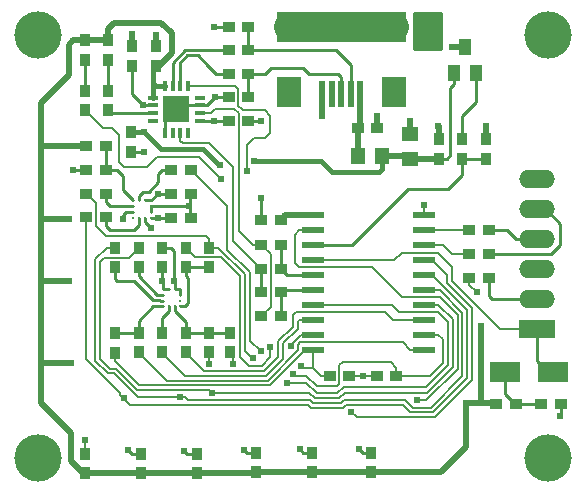
<source format=gtl>
G04 #@! TF.FileFunction,Copper,L1,Top,Signal*
%FSLAX46Y46*%
G04 Gerber Fmt 4.6, Leading zero omitted, Abs format (unit mm)*
G04 Created by KiCad (PCBNEW 4.0.7) date 03/21/18 23:37:41*
%MOMM*%
%LPD*%
G01*
G04 APERTURE LIST*
%ADD10C,0.101600*%
%ADD11R,0.950000X1.000000*%
%ADD12R,1.000000X0.950000*%
%ADD13R,1.450000X1.150000*%
%ADD14R,2.500000X1.700000*%
%ADD15R,2.000000X2.500000*%
%ADD16R,0.500000X2.300000*%
%ADD17R,3.048000X1.524000*%
%ADD18O,3.048000X1.524000*%
%ADD19R,1.150000X1.450000*%
%ADD20R,0.275000X0.250000*%
%ADD21R,0.250000X0.275000*%
%ADD22R,0.950000X0.400000*%
%ADD23O,0.950000X0.400000*%
%ADD24R,2.300000X2.300000*%
%ADD25O,0.400000X0.950000*%
%ADD26R,1.000000X1.400000*%
%ADD27R,1.950000X0.600000*%
%ADD28C,4.000000*%
%ADD29C,0.609600*%
%ADD30C,0.508000*%
%ADD31C,0.250000*%
%ADD32C,0.381000*%
%ADD33C,0.203200*%
%ADD34C,0.254000*%
%ADD35C,2.540000*%
G04 APERTURE END LIST*
D10*
D11*
X143250000Y-42675000D03*
X143250000Y-44325000D03*
X141250000Y-42675000D03*
X141250000Y-44325000D03*
D12*
X148575000Y-53450000D03*
X150225000Y-53450000D03*
X164375000Y-45800000D03*
X166025000Y-45800000D03*
X155075000Y-37250000D03*
X153425000Y-37250000D03*
X153425000Y-43250000D03*
X155075000Y-43250000D03*
D11*
X145200000Y-46200000D03*
X145200000Y-47850000D03*
D13*
X168800000Y-48425000D03*
X168800000Y-46375000D03*
D12*
X148575000Y-51400000D03*
X150225000Y-51400000D03*
D11*
X147250000Y-40575000D03*
X147250000Y-38925000D03*
X145250000Y-40575000D03*
X145250000Y-38925000D03*
D12*
X153425000Y-45250000D03*
X155075000Y-45250000D03*
D11*
X147800000Y-55975000D03*
X147800000Y-57625000D03*
X171200000Y-48425000D03*
X171200000Y-46775000D03*
D12*
X157825000Y-53600000D03*
X156175000Y-53600000D03*
X181533200Y-69174600D03*
X179883200Y-69174600D03*
D11*
X143250000Y-40075000D03*
X143250000Y-38425000D03*
X141250000Y-40075000D03*
X141250000Y-38425000D03*
X141250000Y-73425000D03*
X141250000Y-75075000D03*
X146000000Y-73425000D03*
X146000000Y-75075000D03*
X150750000Y-73425000D03*
X150750000Y-75075000D03*
D14*
X180858200Y-66474600D03*
X176858200Y-66474600D03*
D11*
X155750000Y-73350000D03*
X155750000Y-75000000D03*
X160500000Y-73350000D03*
X160500000Y-75000000D03*
X165500000Y-73350000D03*
X165500000Y-75000000D03*
D15*
X158500000Y-37300000D03*
X167400000Y-37300000D03*
X167400000Y-42800000D03*
X158500000Y-42800000D03*
D16*
X164550000Y-42925000D03*
X163750000Y-42925000D03*
X162950000Y-42925000D03*
X162150000Y-42925000D03*
X161350000Y-42925000D03*
D17*
X179500000Y-62850000D03*
D18*
X179500000Y-60310000D03*
X179500000Y-57770000D03*
X179500000Y-55230000D03*
X179500000Y-52690000D03*
X179500000Y-50150000D03*
D19*
X164375000Y-48200000D03*
X166425000Y-48200000D03*
D12*
X153425000Y-39250000D03*
X155075000Y-39250000D03*
X153425000Y-41250000D03*
X155075000Y-41250000D03*
X141375000Y-47400000D03*
X143025000Y-47400000D03*
X141375000Y-49400000D03*
X143025000Y-49400000D03*
X141375000Y-51400000D03*
X143025000Y-51400000D03*
X150225000Y-49400000D03*
X148575000Y-49400000D03*
X141375000Y-53400000D03*
X143025000Y-53400000D03*
X165975000Y-66800000D03*
X167625000Y-66800000D03*
X163625000Y-66800000D03*
X161975000Y-66800000D03*
D11*
X143800000Y-55975000D03*
X143800000Y-57625000D03*
X145800000Y-55975000D03*
X145800000Y-57625000D03*
X175200000Y-46775000D03*
X175200000Y-48425000D03*
X173200000Y-46775000D03*
X173200000Y-48425000D03*
D12*
X157825000Y-59750000D03*
X156175000Y-59750000D03*
X157825000Y-61750000D03*
X156175000Y-61750000D03*
X157825000Y-57750000D03*
X156175000Y-57750000D03*
X157825000Y-55750000D03*
X156175000Y-55750000D03*
D11*
X145800000Y-64825000D03*
X145800000Y-63175000D03*
X143800000Y-64850000D03*
X143800000Y-63200000D03*
X147800000Y-64825000D03*
X147800000Y-63175000D03*
X149800000Y-64825000D03*
X149800000Y-63175000D03*
X149800000Y-55975000D03*
X149800000Y-57625000D03*
X151800000Y-55975000D03*
X151800000Y-57625000D03*
X151800000Y-64825000D03*
X151800000Y-63175000D03*
X153579400Y-64825000D03*
X153579400Y-63175000D03*
D12*
X176083200Y-69174600D03*
X177733200Y-69174600D03*
X175464000Y-58500000D03*
X173814000Y-58500000D03*
X175464000Y-54500000D03*
X173814000Y-54500000D03*
X175464000Y-56500000D03*
X173814000Y-56500000D03*
D20*
X145350000Y-52450000D03*
X145350000Y-52950000D03*
X145350000Y-53450000D03*
X145350000Y-51950000D03*
X146850000Y-52450000D03*
X146850000Y-52950000D03*
X146850000Y-53450000D03*
D21*
X146350000Y-51950000D03*
D20*
X146850000Y-51950000D03*
D21*
X145850000Y-51950000D03*
X146350000Y-53450000D03*
X145850000Y-53450000D03*
D22*
X150975000Y-45225000D03*
D23*
X150975000Y-44575000D03*
X150975000Y-43925000D03*
X150975000Y-43275000D03*
X147025000Y-45225000D03*
X147025000Y-44575000D03*
X147025000Y-43925000D03*
X147025000Y-43275000D03*
D24*
X149000000Y-44250000D03*
D25*
X149975000Y-46225000D03*
X149325000Y-42275000D03*
X148675000Y-42275000D03*
X148025000Y-42275000D03*
X149975000Y-42275000D03*
X149325000Y-46225000D03*
X148675000Y-46225000D03*
X148025000Y-46225000D03*
D21*
X148350000Y-60950000D03*
X148850000Y-60950000D03*
X149350000Y-60950000D03*
X147850000Y-60950000D03*
X148350000Y-59450000D03*
X148850000Y-59450000D03*
X149350000Y-59450000D03*
D20*
X147850000Y-59950000D03*
D21*
X147850000Y-59450000D03*
D20*
X147850000Y-60450000D03*
X149350000Y-59950000D03*
X149350000Y-60450000D03*
D26*
X172500000Y-41200000D03*
X174400000Y-41200000D03*
X173450000Y-39000000D03*
D27*
X170000000Y-53210000D03*
X170000000Y-55750000D03*
X170000000Y-57020000D03*
X170000000Y-54480000D03*
X170000000Y-58290000D03*
X170000000Y-64640000D03*
X170000000Y-60830000D03*
X170000000Y-63370000D03*
X170000000Y-62100000D03*
X170000000Y-59560000D03*
X160600000Y-59560000D03*
X160600000Y-62100000D03*
X160600000Y-63370000D03*
X160600000Y-60830000D03*
X160600000Y-64640000D03*
X160600000Y-58290000D03*
X160600000Y-54480000D03*
X160600000Y-57020000D03*
X160600000Y-55750000D03*
X160600000Y-53210000D03*
D28*
X180500000Y-73750000D03*
X137250000Y-73750000D03*
X137250000Y-38000000D03*
X180500000Y-38000000D03*
D29*
X147068600Y-42275000D03*
X174763000Y-62627600D03*
X173543800Y-69155400D03*
X158862600Y-53210000D03*
X140041200Y-65751800D03*
X139939600Y-58817600D03*
X139888800Y-53509000D03*
X147483400Y-53450000D03*
X152157000Y-45225000D03*
X174432800Y-59732000D03*
X147440000Y-51400000D03*
X144510000Y-53530000D03*
X164800000Y-66800000D03*
X151800000Y-65800000D03*
X147800000Y-58800000D03*
X171000000Y-37000000D03*
X170250000Y-37000000D03*
X169500000Y-37000000D03*
X169500000Y-37750000D03*
X170250000Y-37750000D03*
X171000000Y-37750000D03*
X171000000Y-38500000D03*
X170250000Y-38500000D03*
X169500000Y-38500000D03*
X181500000Y-70250000D03*
X146873800Y-54347200D03*
X156170200Y-51807200D03*
X172299200Y-38980200D03*
X175194800Y-45660400D03*
X171181600Y-45660400D03*
X168794000Y-45228600D03*
X166025400Y-44847600D03*
X161351800Y-44847600D03*
X150100000Y-52450000D03*
X145248200Y-37888000D03*
X147254800Y-37938800D03*
X152157000Y-37253000D03*
X156195600Y-45228600D03*
X149500000Y-44750000D03*
X148500000Y-44750000D03*
X148500000Y-43750000D03*
X149500000Y-43750000D03*
X152250000Y-43250000D03*
X146264200Y-47844800D03*
X140220000Y-49400000D03*
X170000000Y-52400000D03*
X153800000Y-65800000D03*
X148800000Y-58800000D03*
X155586000Y-48657600D03*
X152690400Y-48987800D03*
X146238800Y-46193800D03*
X146175000Y-43925000D03*
X141235000Y-72228800D03*
X144943400Y-73097400D03*
X149667800Y-73194000D03*
X154697000Y-73067000D03*
X159446800Y-73041600D03*
X164476000Y-73055000D03*
X155478034Y-65345390D03*
X158913400Y-66640800D03*
X156144800Y-64761200D03*
X159573800Y-66005800D03*
X144537000Y-68723600D03*
X149337600Y-68644839D03*
X151979200Y-68238429D03*
X152817400Y-50130800D03*
X154976400Y-49495800D03*
X156957600Y-64354800D03*
X158679363Y-64333093D03*
X158380000Y-67425639D03*
X163815600Y-69864041D03*
X169378200Y-68901400D03*
D30*
X160500000Y-75000000D02*
X165500000Y-75000000D01*
X155750000Y-75000000D02*
X160500000Y-75000000D01*
X150750000Y-75075000D02*
X155675000Y-75075000D01*
X155675000Y-75075000D02*
X155750000Y-75000000D01*
X146000000Y-75075000D02*
X150750000Y-75075000D01*
X141250000Y-75075000D02*
X146000000Y-75075000D01*
X174763000Y-69155400D02*
X176064000Y-69155400D01*
X173543800Y-69155400D02*
X174763000Y-69155400D01*
X174763000Y-69155400D02*
X174763000Y-62627600D01*
X176064000Y-69155400D02*
X176083200Y-69174600D01*
X173543800Y-72863800D02*
X171407600Y-75000000D01*
X171407600Y-75000000D02*
X165500000Y-75000000D01*
X173543800Y-69155400D02*
X173543800Y-72863800D01*
X158862600Y-53210000D02*
X158215000Y-53210000D01*
X160600000Y-53210000D02*
X158862600Y-53210000D01*
X158215000Y-53210000D02*
X157825000Y-53600000D01*
X137526600Y-69155400D02*
X137526600Y-65777200D01*
X137526600Y-65777200D02*
X137526600Y-58817600D01*
X140041200Y-65751800D02*
X137552000Y-65751800D01*
X137552000Y-65751800D02*
X137526600Y-65777200D01*
X137526600Y-58817600D02*
X137526600Y-53559800D01*
X139939600Y-58817600D02*
X137526600Y-58817600D01*
X137526600Y-53559800D02*
X137526600Y-47413000D01*
X139888800Y-53509000D02*
X137577400Y-53509000D01*
X137577400Y-53509000D02*
X137526600Y-53559800D01*
D31*
X147483400Y-53450000D02*
X148525000Y-53450000D01*
X146850000Y-53450000D02*
X147483400Y-53450000D01*
D30*
X137526600Y-47413000D02*
X137526600Y-43755400D01*
X141375000Y-47400000D02*
X137539600Y-47400000D01*
X137539600Y-47400000D02*
X137526600Y-47413000D01*
X141250000Y-75075000D02*
X141102038Y-75075000D01*
X141102038Y-75075000D02*
X140066600Y-74039562D01*
X140066600Y-74039562D02*
X140066600Y-71695400D01*
X140066600Y-71695400D02*
X137526600Y-69155400D01*
X137526600Y-43755400D02*
X139914200Y-41367800D01*
X139914200Y-41367800D02*
X139914200Y-38777800D01*
X139914200Y-38777800D02*
X140267000Y-38425000D01*
X140267000Y-38425000D02*
X141250000Y-38425000D01*
D32*
X147025000Y-43275000D02*
X147025000Y-42231400D01*
X147025000Y-42231400D02*
X147025000Y-40800000D01*
X148025000Y-42275000D02*
X147068600Y-42275000D01*
X147068600Y-42275000D02*
X147025000Y-42231400D01*
X147025000Y-40800000D02*
X147250000Y-40575000D01*
D30*
X143250000Y-38425000D02*
X141250000Y-38425000D01*
X147250000Y-40575000D02*
X147488800Y-40575000D01*
X147488800Y-40575000D02*
X148601000Y-39462800D01*
X148601000Y-39462800D02*
X148601000Y-37837200D01*
X148601000Y-37837200D02*
X147712000Y-36948200D01*
X147712000Y-36948200D02*
X143718800Y-36948200D01*
X143718800Y-36948200D02*
X143250000Y-37417000D01*
X143250000Y-37417000D02*
X143250000Y-38425000D01*
D31*
X152157000Y-45225000D02*
X153400000Y-45225000D01*
X151750000Y-45225000D02*
X152157000Y-45225000D01*
D33*
X173814000Y-58500000D02*
X173814000Y-59113200D01*
X173814000Y-59113200D02*
X174432800Y-59732000D01*
D30*
X141325000Y-75000000D02*
X141250000Y-75075000D01*
D34*
X146850000Y-51950000D02*
X146890000Y-51950000D01*
X146890000Y-51950000D02*
X147440000Y-51400000D01*
X148575000Y-51400000D02*
X147440000Y-51400000D01*
X144760000Y-52950000D02*
X144510000Y-53200000D01*
X144510000Y-53200000D02*
X144510000Y-53530000D01*
X145350000Y-52950000D02*
X144760000Y-52950000D01*
D33*
X163625000Y-66800000D02*
X164800000Y-66800000D01*
X165975000Y-66800000D02*
X164800000Y-66800000D01*
X151800000Y-64825000D02*
X151800000Y-65800000D01*
D34*
X147800000Y-57625000D02*
X147800000Y-58800000D01*
X147850000Y-59450000D02*
X147850000Y-58850000D01*
X147850000Y-58850000D02*
X147800000Y-58800000D01*
X148350000Y-59450000D02*
X147850000Y-59450000D01*
D31*
X146350000Y-51950000D02*
X146850000Y-51950000D01*
X150975000Y-45225000D02*
X151750000Y-45225000D01*
X153400000Y-45225000D02*
X153425000Y-45250000D01*
D34*
X170250000Y-37000000D02*
X171000000Y-37000000D01*
X169500000Y-37750000D02*
X169500000Y-37000000D01*
X171000000Y-37750000D02*
X170250000Y-37750000D01*
X170250000Y-38500000D02*
X171000000Y-38500000D01*
X181533200Y-69174600D02*
X181533200Y-70216800D01*
X181533200Y-70216800D02*
X181500000Y-70250000D01*
X146350000Y-53700000D02*
X146350000Y-53823400D01*
X146350000Y-53823400D02*
X146873800Y-54347200D01*
X156175000Y-53600000D02*
X156175000Y-51812000D01*
X156175000Y-51812000D02*
X156170200Y-51807200D01*
D35*
X158500000Y-37300000D02*
X167400000Y-37300000D01*
D30*
X173450000Y-39000000D02*
X172319000Y-39000000D01*
X172319000Y-39000000D02*
X172299200Y-38980200D01*
X175200000Y-46775000D02*
X175200000Y-45665600D01*
X175200000Y-45665600D02*
X175194800Y-45660400D01*
X171200000Y-46775000D02*
X171200000Y-45678800D01*
X171200000Y-45678800D02*
X171181600Y-45660400D01*
X168800000Y-46375000D02*
X168800000Y-45234600D01*
X168800000Y-45234600D02*
X168794000Y-45228600D01*
X166025000Y-45800000D02*
X166025000Y-44848000D01*
X166025000Y-44848000D02*
X166025400Y-44847600D01*
X161350000Y-42925000D02*
X161350000Y-44845800D01*
X161350000Y-44845800D02*
X161351800Y-44847600D01*
X145250000Y-38925000D02*
X145250000Y-37889800D01*
X145250000Y-37889800D02*
X145248200Y-37888000D01*
X147250000Y-38925000D02*
X147250000Y-37943600D01*
X147250000Y-37943600D02*
X147254800Y-37938800D01*
D34*
X153425000Y-37250000D02*
X152160000Y-37250000D01*
X152160000Y-37250000D02*
X152157000Y-37253000D01*
X155075000Y-45250000D02*
X156174200Y-45250000D01*
X156174200Y-45250000D02*
X156195600Y-45228600D01*
X145200000Y-47850000D02*
X146259000Y-47850000D01*
X146259000Y-47850000D02*
X146264200Y-47844800D01*
X141375000Y-49400000D02*
X140220000Y-49400000D01*
X146350000Y-53450000D02*
X146350000Y-53700000D01*
D33*
X170000000Y-53210000D02*
X170000000Y-52400000D01*
X153800000Y-64825000D02*
X153800000Y-65800000D01*
D34*
X148800000Y-56246000D02*
X148800000Y-58800000D01*
X147800000Y-55975000D02*
X148529000Y-55975000D01*
X148529000Y-55975000D02*
X148800000Y-56246000D01*
X148850000Y-59450000D02*
X148850000Y-58850000D01*
X148850000Y-58850000D02*
X148800000Y-58800000D01*
X149350000Y-59450000D02*
X148850000Y-59450000D01*
X149350000Y-59950000D02*
X149350000Y-59450000D01*
D31*
X150175000Y-51450000D02*
X150175000Y-52175000D01*
X150175000Y-52175000D02*
X150100000Y-52250000D01*
X150100000Y-52250000D02*
X150100000Y-52450000D01*
X146850000Y-52450000D02*
X150100000Y-52450000D01*
X150175000Y-53450000D02*
X150175000Y-52725000D01*
X150175000Y-52725000D02*
X150100000Y-52650000D01*
X150100000Y-52650000D02*
X150100000Y-52450000D01*
X146850000Y-52950000D02*
X146850000Y-52450000D01*
X153425000Y-43250000D02*
X152250000Y-43250000D01*
X152250000Y-43250000D02*
X152000000Y-43500000D01*
X150975000Y-43925000D02*
X151575000Y-43925000D01*
X151575000Y-43925000D02*
X152000000Y-43500000D01*
X148025000Y-46225000D02*
X148025000Y-45225000D01*
X148025000Y-45225000D02*
X149000000Y-44250000D01*
X150975000Y-43925000D02*
X149325000Y-43925000D01*
X149325000Y-43925000D02*
X149000000Y-44250000D01*
D30*
X164375000Y-45800000D02*
X164375000Y-48200000D01*
X164550000Y-42925000D02*
X164550000Y-45625000D01*
X164550000Y-45625000D02*
X164375000Y-45800000D01*
D34*
X155075000Y-39250000D02*
X155075000Y-37250000D01*
X155075000Y-39250000D02*
X162500000Y-39250000D01*
X162500000Y-39250000D02*
X163750000Y-40500000D01*
X163750000Y-40500000D02*
X163750000Y-41000000D01*
X163750000Y-41000000D02*
X163750000Y-42925000D01*
X155075000Y-43250000D02*
X155075000Y-41250000D01*
X155075000Y-41250000D02*
X156500000Y-41250000D01*
X160250000Y-41250000D02*
X162679000Y-41250000D01*
X156500000Y-41250000D02*
X157000000Y-40750000D01*
X157000000Y-40750000D02*
X159750000Y-40750000D01*
X159750000Y-40750000D02*
X160250000Y-41250000D01*
X162679000Y-41250000D02*
X162950000Y-41521000D01*
X162950000Y-41521000D02*
X162950000Y-42925000D01*
D32*
X155586000Y-48657600D02*
X161224800Y-48657600D01*
X161224800Y-48657600D02*
X162167200Y-49600000D01*
X162167200Y-49600000D02*
X166131000Y-49600000D01*
X166131000Y-49600000D02*
X166425000Y-49306000D01*
X166425000Y-49306000D02*
X166425000Y-48200000D01*
X151242600Y-47616200D02*
X152614200Y-48987800D01*
X152614200Y-48987800D02*
X152690400Y-48987800D01*
X147661200Y-47616200D02*
X151242600Y-47616200D01*
X146238800Y-46193800D02*
X147661200Y-47616200D01*
X145200000Y-46200000D02*
X146232600Y-46200000D01*
X146232600Y-46200000D02*
X146238800Y-46193800D01*
D30*
X166425000Y-48200000D02*
X168575000Y-48200000D01*
X168575000Y-48200000D02*
X168800000Y-48425000D01*
X171200000Y-48425000D02*
X168800000Y-48425000D01*
D34*
X172200000Y-48154000D02*
X172200000Y-42454000D01*
X172200000Y-42454000D02*
X172500000Y-42154000D01*
X172500000Y-42154000D02*
X172500000Y-41200000D01*
X171200000Y-48425000D02*
X171929000Y-48425000D01*
X171929000Y-48425000D02*
X172200000Y-48154000D01*
D31*
X145250000Y-40575000D02*
X145250000Y-43000000D01*
X145250000Y-43000000D02*
X146000000Y-43750000D01*
X147025000Y-43925000D02*
X146175000Y-43925000D01*
X146175000Y-43925000D02*
X146000000Y-43750000D01*
D34*
X177733200Y-69174600D02*
X179883200Y-69174600D01*
X176858200Y-66474600D02*
X176858200Y-68324600D01*
X176858200Y-68324600D02*
X177708200Y-69174600D01*
X177708200Y-69174600D02*
X177733200Y-69174600D01*
X143250000Y-42675000D02*
X143250000Y-41921000D01*
X143250000Y-41921000D02*
X143250000Y-40075000D01*
X141250000Y-42675000D02*
X141250000Y-41921000D01*
X141250000Y-41921000D02*
X141250000Y-40075000D01*
D33*
X141235000Y-72228800D02*
X141235000Y-73410000D01*
X141235000Y-73410000D02*
X141250000Y-73425000D01*
D34*
X144943400Y-73097400D02*
X145271000Y-73425000D01*
X145271000Y-73425000D02*
X146000000Y-73425000D01*
X149667800Y-73194000D02*
X149898800Y-73425000D01*
X149898800Y-73425000D02*
X150750000Y-73425000D01*
X180438800Y-66474600D02*
X179500000Y-65535800D01*
X179500000Y-65535800D02*
X179500000Y-62850000D01*
X180858200Y-66474600D02*
X180438800Y-66474600D01*
D33*
X176384502Y-62850000D02*
X172324611Y-58790109D01*
X172324611Y-57591660D02*
X171122749Y-56389799D01*
X171122749Y-56389799D02*
X168072201Y-56389799D01*
X179500000Y-62850000D02*
X176384502Y-62850000D01*
X172324611Y-58790109D02*
X172324611Y-57591660D01*
X168072201Y-56389799D02*
X167442000Y-57020000D01*
X167442000Y-57020000D02*
X161778200Y-57020000D01*
X161778200Y-57020000D02*
X160600000Y-57020000D01*
D34*
X154697000Y-73067000D02*
X154980000Y-73350000D01*
X154980000Y-73350000D02*
X155750000Y-73350000D01*
X159446800Y-73041600D02*
X159755200Y-73350000D01*
X159755200Y-73350000D02*
X160500000Y-73350000D01*
X165500000Y-73350000D02*
X164771000Y-73350000D01*
X164771000Y-73350000D02*
X164476000Y-73055000D01*
X175706800Y-60310000D02*
X179500000Y-60310000D01*
X175706800Y-60310000D02*
X175464000Y-60067200D01*
X175464000Y-60067200D02*
X175464000Y-58500000D01*
X176996000Y-54500000D02*
X175464000Y-54500000D01*
D31*
X179500000Y-55230000D02*
X177726000Y-55230000D01*
X177726000Y-55230000D02*
X176996000Y-54500000D01*
D34*
X180750000Y-56500000D02*
X175464000Y-56500000D01*
D31*
X181500000Y-53928000D02*
X180262000Y-52690000D01*
X180750000Y-56500000D02*
X181500000Y-55750000D01*
X181500000Y-55750000D02*
X181500000Y-53928000D01*
X180262000Y-52690000D02*
X179500000Y-52690000D01*
X149750000Y-39250000D02*
X148675000Y-40325000D01*
X148675000Y-40325000D02*
X148675000Y-42275000D01*
X152379000Y-39250000D02*
X149750000Y-39250000D01*
D34*
X152379000Y-39250000D02*
X153425000Y-39250000D01*
D31*
X149936400Y-39700010D02*
X149325000Y-40311410D01*
X149325000Y-40311410D02*
X149325000Y-42275000D01*
X150829010Y-39700010D02*
X149936400Y-39700010D01*
X151704000Y-40575000D02*
X150829010Y-39700010D01*
D34*
X152379000Y-41250000D02*
X153425000Y-41250000D01*
X151704000Y-40575000D02*
X152379000Y-41250000D01*
X143025000Y-49400000D02*
X143025000Y-47400000D01*
X144480000Y-49890000D02*
X143990000Y-49400000D01*
X143990000Y-49400000D02*
X143025000Y-49400000D01*
X144480000Y-51092500D02*
X144480000Y-49890000D01*
X145350000Y-51950000D02*
X145337500Y-51950000D01*
X145337500Y-51950000D02*
X144480000Y-51092500D01*
D33*
X155173235Y-65040591D02*
X155478034Y-65345390D01*
X154824011Y-64691367D02*
X155173235Y-65040591D01*
X154824011Y-58242860D02*
X154824011Y-64691367D01*
X152556151Y-55975000D02*
X154824011Y-58242860D01*
X151800000Y-55975000D02*
X152556151Y-55975000D01*
X160005600Y-66844000D02*
X159116600Y-66844000D01*
X159116600Y-66844000D02*
X158913400Y-66640800D01*
X160869200Y-67707600D02*
X160005600Y-66844000D01*
X162591042Y-67707600D02*
X160869200Y-67707600D01*
X162779801Y-67518841D02*
X162591042Y-67707600D01*
X162779801Y-65949399D02*
X162779801Y-67518841D01*
X162799600Y-65929600D02*
X162779801Y-65949399D01*
X163079000Y-65650200D02*
X162799600Y-65929600D01*
X167153400Y-65650200D02*
X163079000Y-65650200D01*
X167625000Y-66800000D02*
X167625000Y-66121800D01*
X167625000Y-66121800D02*
X167153400Y-65650200D01*
X170000000Y-63370000D02*
X171178200Y-63370000D01*
X171178200Y-63370000D02*
X171537200Y-63729000D01*
X171537200Y-63729000D02*
X171537200Y-65761250D01*
X171537200Y-65761250D02*
X170498450Y-66800000D01*
X170498450Y-66800000D02*
X167625000Y-66800000D01*
X141375000Y-51400000D02*
X141400000Y-51400000D01*
X141400000Y-51400000D02*
X142220199Y-52220199D01*
X142220199Y-52220199D02*
X142220199Y-54118841D01*
X142220199Y-54118841D02*
X143083558Y-54982200D01*
X143083558Y-54982200D02*
X151510400Y-54982200D01*
X151510400Y-54982200D02*
X151800000Y-55271800D01*
X151800000Y-55271800D02*
X151800000Y-55975000D01*
D34*
X143025000Y-51400000D02*
X143025000Y-52129000D01*
X143025000Y-52129000D02*
X143346000Y-52450000D01*
X143346000Y-52450000D02*
X144958500Y-52450000D01*
X144958500Y-52450000D02*
X145350000Y-52450000D01*
D33*
X153325400Y-52475400D02*
X150250000Y-49400000D01*
X153325400Y-56169499D02*
X153325400Y-52475400D01*
X150250000Y-49400000D02*
X150225000Y-49400000D01*
X156144800Y-64761200D02*
X155230422Y-63846822D01*
X155230422Y-58074521D02*
X153325400Y-56169499D01*
X155230422Y-63846822D02*
X155230422Y-58074521D01*
X160600000Y-66128200D02*
X159696200Y-66128200D01*
X159696200Y-66128200D02*
X159573800Y-66005800D01*
X161975000Y-66800000D02*
X161271800Y-66800000D01*
X161271800Y-66800000D02*
X160600000Y-66128200D01*
X160600000Y-66128200D02*
X160600000Y-65143200D01*
X160600000Y-65143200D02*
X160600000Y-64640000D01*
X143800000Y-64850000D02*
X143800000Y-65553200D01*
X143800000Y-65553200D02*
X145875629Y-67628829D01*
X145875629Y-67628829D02*
X156936171Y-67628829D01*
X156936171Y-67628829D02*
X159925000Y-64640000D01*
X159925000Y-64640000D02*
X160600000Y-64640000D01*
D34*
X147470000Y-49700000D02*
X147770000Y-49400000D01*
X147770000Y-49400000D02*
X148575000Y-49400000D01*
X147470000Y-50440000D02*
X147470000Y-49700000D01*
X146670000Y-51240000D02*
X147470000Y-50440000D01*
X146168500Y-51240000D02*
X146670000Y-51240000D01*
X145850000Y-51950000D02*
X145850000Y-51558500D01*
X145850000Y-51558500D02*
X146168500Y-51240000D01*
D33*
X144841799Y-69028399D02*
X144537000Y-68723600D01*
X145067840Y-69254440D02*
X144841799Y-69028399D01*
X163373963Y-69254441D02*
X163091960Y-69536444D01*
X173620022Y-67028280D02*
X170730889Y-69917413D01*
X173620022Y-61235022D02*
X173620022Y-67028280D01*
X170675000Y-58290000D02*
X173620022Y-61235022D01*
X160399040Y-69536444D02*
X160117037Y-69254441D01*
X163091960Y-69536444D02*
X160399040Y-69536444D01*
X168815650Y-69917413D02*
X168152678Y-69254441D01*
X168152678Y-69254441D02*
X163373963Y-69254441D01*
X160117037Y-69254441D02*
X145067840Y-69254440D01*
X170000000Y-58290000D02*
X170675000Y-58290000D01*
X170730889Y-69917413D02*
X168815650Y-69917413D01*
X141375000Y-53400000D02*
X141375000Y-65390300D01*
X141375000Y-65390300D02*
X144232201Y-68247501D01*
X144232201Y-68247501D02*
X144232201Y-68418801D01*
X144232201Y-68418801D02*
X144537000Y-68723600D01*
X144537000Y-68723600D02*
X144562400Y-68723600D01*
D34*
X145850000Y-54030000D02*
X145380000Y-54500000D01*
X145380000Y-54500000D02*
X143396000Y-54500000D01*
X145850000Y-53450000D02*
X145850000Y-54030000D01*
X143025000Y-53400000D02*
X143025000Y-54129000D01*
X143025000Y-54129000D02*
X143396000Y-54500000D01*
D33*
X163205623Y-68848030D02*
X162923620Y-69130033D01*
X149768652Y-68644839D02*
X149337600Y-68644839D01*
X168346418Y-68848030D02*
X163205623Y-68848030D01*
X149971843Y-68848030D02*
X149768652Y-68644839D01*
X160285377Y-68848030D02*
X149971843Y-68848030D01*
X162923620Y-69130033D02*
X160567380Y-69130033D01*
X173213611Y-61468660D02*
X173213611Y-66834540D01*
X170537149Y-69511002D02*
X169009390Y-69511002D01*
X173213611Y-66834540D02*
X170537149Y-69511002D01*
X171304950Y-59560000D02*
X173213611Y-61468660D01*
X170000000Y-59560000D02*
X171304950Y-59560000D01*
X160567380Y-69130033D02*
X160285377Y-68848030D01*
X169009390Y-69511002D02*
X168346418Y-68848030D01*
X149337600Y-68644839D02*
X145742139Y-68644839D01*
X145742139Y-68644839D02*
X143712710Y-66615410D01*
X143712710Y-66615410D02*
X143174859Y-66615409D01*
X143174859Y-66615409D02*
X142123990Y-65564540D01*
X142123990Y-65564540D02*
X142123991Y-56972809D01*
X142123991Y-56972809D02*
X143121800Y-55975000D01*
X143121800Y-55975000D02*
X143800000Y-55975000D01*
D34*
X144000000Y-58800000D02*
X143800000Y-58600000D01*
X143800000Y-58600000D02*
X143800000Y-57625000D01*
X145400000Y-58800000D02*
X144000000Y-58800000D01*
X147007210Y-60407210D02*
X145400000Y-58800000D01*
X147850000Y-60450000D02*
X147650000Y-60450000D01*
X147650000Y-60450000D02*
X147607210Y-60407210D01*
X147607210Y-60407210D02*
X147007210Y-60407210D01*
D33*
X170228421Y-68238429D02*
X163240473Y-68238429D01*
X172400789Y-66066062D02*
X170228421Y-68238429D01*
X172400789Y-62052589D02*
X172400789Y-66066062D01*
X171178200Y-60830000D02*
X172400789Y-62052589D01*
X170000000Y-60830000D02*
X171178200Y-60830000D01*
X160735721Y-68723622D02*
X160250528Y-68238429D01*
X163240473Y-68238429D02*
X162755280Y-68723622D01*
X162755280Y-68723622D02*
X160735721Y-68723622D01*
X152410252Y-68238429D02*
X151979200Y-68238429D01*
X160250528Y-68238429D02*
X152410252Y-68238429D01*
X151979200Y-68238429D02*
X151776010Y-68035239D01*
X151776010Y-68035239D02*
X145707288Y-68035238D01*
X145707288Y-68035238D02*
X143881050Y-66209000D01*
X142530400Y-57192000D02*
X142902201Y-56820199D01*
X143881050Y-66209000D02*
X143343200Y-66209000D01*
X145800000Y-56000000D02*
X145800000Y-55975000D01*
X143343200Y-66209000D02*
X142530400Y-65396200D01*
X142530400Y-65396200D02*
X142530400Y-57192000D01*
X142902201Y-56820199D02*
X144979801Y-56820199D01*
X144979801Y-56820199D02*
X145800000Y-56000000D01*
D34*
X147850000Y-59950000D02*
X147371000Y-59950000D01*
X147371000Y-59950000D02*
X145800000Y-58379000D01*
X145800000Y-58379000D02*
X145800000Y-57625000D01*
X168600000Y-51000000D02*
X163850000Y-55750000D01*
X163850000Y-55750000D02*
X160600000Y-55750000D01*
X172000000Y-51000000D02*
X168600000Y-51000000D01*
X173200000Y-49800000D02*
X172000000Y-51000000D01*
X173200000Y-48425000D02*
X173200000Y-49800000D01*
X175200000Y-48425000D02*
X173200000Y-48425000D01*
X147025000Y-44575000D02*
X143500000Y-44575000D01*
X143500000Y-44575000D02*
X143250000Y-44325000D01*
D33*
X147369091Y-48263909D02*
X146492800Y-49140200D01*
X144562400Y-49140200D02*
X144105200Y-48683000D01*
X143571800Y-45863600D02*
X142763600Y-45863600D01*
X150950509Y-48263909D02*
X147369091Y-48263909D01*
X144105200Y-48683000D02*
X144105200Y-46397000D01*
X152817400Y-50130800D02*
X150950509Y-48263909D01*
X146492800Y-49140200D02*
X144562400Y-49140200D01*
X144105200Y-46397000D02*
X143571800Y-45863600D01*
X141250000Y-44350000D02*
X141250000Y-44325000D01*
X142763600Y-45863600D02*
X141250000Y-44350000D01*
X155560600Y-46701800D02*
X154976400Y-47286000D01*
X154976400Y-47286000D02*
X154976400Y-49495800D01*
X156525800Y-46701800D02*
X155560600Y-46701800D01*
X156957600Y-46270000D02*
X156525800Y-46701800D01*
X156957600Y-44847600D02*
X156957600Y-46270000D01*
X156464801Y-44354801D02*
X156957600Y-44847600D01*
X154564758Y-44263400D02*
X154656159Y-44354801D01*
X154656159Y-44354801D02*
X156464801Y-44354801D01*
X154239800Y-42541158D02*
X154239800Y-43938442D01*
X154239800Y-43938442D02*
X154564758Y-44263400D01*
X149975000Y-42275000D02*
X153973642Y-42275000D01*
X153973642Y-42275000D02*
X154239800Y-42541158D01*
D34*
X174400000Y-43600000D02*
X173200000Y-44800000D01*
X173200000Y-44800000D02*
X173200000Y-46775000D01*
X174400000Y-41200000D02*
X174400000Y-43600000D01*
X157825000Y-59750000D02*
X157825000Y-61750000D01*
X160600000Y-59560000D02*
X158015000Y-59560000D01*
X158015000Y-59560000D02*
X157825000Y-59750000D01*
D33*
X156150000Y-57750000D02*
X156175000Y-57750000D01*
X153782600Y-55382600D02*
X156150000Y-57750000D01*
X153782600Y-49177788D02*
X153782600Y-55382600D01*
X151725701Y-47120889D02*
X153782600Y-49177788D01*
X149542689Y-47120889D02*
X151725701Y-47120889D01*
X149325000Y-46903200D02*
X149542689Y-47120889D01*
X149325000Y-46225000D02*
X149325000Y-46903200D01*
D34*
X156175000Y-59750000D02*
X156175000Y-57750000D01*
D33*
X156175000Y-55750000D02*
X156200000Y-55750000D01*
X156200000Y-55750000D02*
X156979801Y-56529801D01*
X156979801Y-56529801D02*
X156979801Y-60970199D01*
X156979801Y-60970199D02*
X156200000Y-61750000D01*
X156200000Y-61750000D02*
X156175000Y-61750000D01*
X152299999Y-44200001D02*
X151925000Y-44575000D01*
X151925000Y-44575000D02*
X150975000Y-44575000D01*
X156175000Y-55750000D02*
X155471800Y-55750000D01*
X155471800Y-55750000D02*
X154270199Y-54548399D01*
X154270199Y-54548399D02*
X154270199Y-44571557D01*
X154270199Y-44571557D02*
X153898643Y-44200001D01*
X153898643Y-44200001D02*
X152299999Y-44200001D01*
D34*
X157825000Y-55750000D02*
X157825000Y-57750000D01*
X160600000Y-58290000D02*
X158365000Y-58290000D01*
X158365000Y-58290000D02*
X157825000Y-57750000D01*
D33*
X148172420Y-67222420D02*
X145800000Y-64850000D01*
X145800000Y-64850000D02*
X145800000Y-64825000D01*
X156763482Y-67222420D02*
X148172420Y-67222420D01*
X168821800Y-64640000D02*
X168181800Y-64000000D01*
X159320199Y-64665703D02*
X156763482Y-67222420D01*
X159320199Y-64179795D02*
X159320199Y-64665703D01*
X168181800Y-64000000D02*
X159499994Y-64000000D01*
X159499994Y-64000000D02*
X159320199Y-64179795D01*
X170000000Y-64640000D02*
X168821800Y-64640000D01*
D34*
X145800000Y-63175000D02*
X143825000Y-63175000D01*
X143825000Y-63175000D02*
X143800000Y-63200000D01*
X147050000Y-60950000D02*
X145800000Y-62200000D01*
X145800000Y-62200000D02*
X145800000Y-63175000D01*
X147850000Y-60950000D02*
X147050000Y-60950000D01*
D33*
X160600000Y-62100000D02*
X159421800Y-62100000D01*
X159421800Y-62100000D02*
X159269000Y-62252800D01*
X159269000Y-62252800D02*
X159269000Y-62830800D01*
X159269000Y-62830800D02*
X158024400Y-64075400D01*
X158024400Y-64075400D02*
X158024400Y-65386751D01*
X158024400Y-65386751D02*
X156595140Y-66816011D01*
X156595140Y-66816011D02*
X149766011Y-66816011D01*
X149766011Y-66816011D02*
X147800000Y-64850000D01*
X147800000Y-64850000D02*
X147800000Y-64825000D01*
X160600000Y-62100000D02*
X159925000Y-62100000D01*
D34*
X147800000Y-61891500D02*
X147800000Y-63175000D01*
X148350000Y-60950000D02*
X148350000Y-61341500D01*
X148350000Y-61341500D02*
X147800000Y-61891500D01*
D33*
X170000000Y-62100000D02*
X167300000Y-62100000D01*
X167300000Y-62100000D02*
X166634801Y-61434801D01*
X166634801Y-61434801D02*
X159115599Y-61434801D01*
X159115599Y-61434801D02*
X158862590Y-61687810D01*
X158862590Y-61687810D02*
X158862590Y-62662460D01*
X158862590Y-62662460D02*
X157617991Y-63907059D01*
X157617991Y-63907059D02*
X157617990Y-65218411D01*
X157617990Y-65218411D02*
X156426800Y-66409600D01*
X156426800Y-66409600D02*
X151359600Y-66409600D01*
X151359600Y-66409600D02*
X149800000Y-64850000D01*
X149800000Y-64850000D02*
X149800000Y-64825000D01*
D34*
X149800000Y-63175000D02*
X153800000Y-63175000D01*
X148850000Y-60950000D02*
X148850000Y-61341500D01*
X148850000Y-61341500D02*
X149800000Y-62291500D01*
X149800000Y-62291500D02*
X149800000Y-63175000D01*
D33*
X149800000Y-55975000D02*
X149800000Y-56000000D01*
X149800000Y-56000000D02*
X150585600Y-56785600D01*
X150585600Y-56785600D02*
X152792000Y-56785600D01*
X156957600Y-65218400D02*
X156957600Y-64354800D01*
X152792000Y-56785600D02*
X154417600Y-58411200D01*
X154417600Y-58411200D02*
X154417600Y-65193000D01*
X154417600Y-65193000D02*
X155179600Y-65955000D01*
X155179600Y-65955000D02*
X156221000Y-65955000D01*
X156221000Y-65955000D02*
X156957600Y-65218400D01*
X160600000Y-63370000D02*
X159555243Y-63370000D01*
X158679363Y-64245880D02*
X158679363Y-64333093D01*
X159555243Y-63370000D02*
X158679363Y-64245880D01*
D34*
X149800000Y-57625000D02*
X151800000Y-57625000D01*
X150000000Y-60679000D02*
X150000000Y-58579000D01*
X150000000Y-58579000D02*
X149800000Y-58379000D01*
X149800000Y-58379000D02*
X149800000Y-57625000D01*
X149350000Y-60950000D02*
X149729000Y-60950000D01*
X149729000Y-60950000D02*
X150000000Y-60679000D01*
D33*
X167854200Y-61459200D02*
X167225000Y-60830000D01*
X167225000Y-60830000D02*
X161778200Y-60830000D01*
X161778200Y-60830000D02*
X160600000Y-60830000D01*
X171175098Y-61459200D02*
X167854200Y-61459200D01*
X171994378Y-62278480D02*
X171175098Y-61459200D01*
X170161662Y-67730438D02*
X171994378Y-65897722D01*
X163173713Y-67730438D02*
X170161662Y-67730438D01*
X160904060Y-68317211D02*
X162586940Y-68317211D01*
X158380000Y-67425639D02*
X160012488Y-67425639D01*
X171994378Y-65897722D02*
X171994378Y-62278480D01*
X162586940Y-68317211D02*
X163173713Y-67730438D01*
X160012488Y-67425639D02*
X160904060Y-68317211D01*
X170899229Y-70323824D02*
X174026433Y-67196620D01*
X164275383Y-70323824D02*
X170899229Y-70323824D01*
X163815600Y-69864041D02*
X164275383Y-70323824D01*
X170675000Y-57020000D02*
X170000000Y-57020000D01*
X171918200Y-58263200D02*
X170675000Y-57020000D01*
X174026433Y-67196620D02*
X174026433Y-61066682D01*
X174026433Y-61066682D02*
X171918200Y-58958450D01*
X171918200Y-58958450D02*
X171918200Y-58263200D01*
X172807200Y-66234400D02*
X170140200Y-68901400D01*
X170140200Y-68901400D02*
X169378200Y-68901400D01*
X172807200Y-61637000D02*
X172807200Y-66234400D01*
X171335001Y-60164801D02*
X172807200Y-61637000D01*
X165568200Y-57649200D02*
X168083801Y-60164801D01*
X168083801Y-60164801D02*
X171335001Y-60164801D01*
X159421400Y-57649200D02*
X165568200Y-57649200D01*
X159015000Y-57242800D02*
X159421400Y-57649200D01*
X159015000Y-54886800D02*
X159015000Y-57242800D01*
X160600000Y-54480000D02*
X159421800Y-54480000D01*
X159421800Y-54480000D02*
X159015000Y-54886800D01*
X170000000Y-54480000D02*
X173794000Y-54480000D01*
X173794000Y-54480000D02*
X173814000Y-54500000D01*
X170000000Y-55750000D02*
X171593800Y-55750000D01*
X171593800Y-55750000D02*
X172343800Y-56500000D01*
X172343800Y-56500000D02*
X173814000Y-56500000D01*
D34*
G36*
X171373000Y-39123000D02*
X169127000Y-39123000D01*
X169127000Y-36127000D01*
X171373000Y-36127000D01*
X171373000Y-39123000D01*
X171373000Y-39123000D01*
G37*
X171373000Y-39123000D02*
X169127000Y-39123000D01*
X169127000Y-36127000D01*
X171373000Y-36127000D01*
X171373000Y-39123000D01*
M02*

</source>
